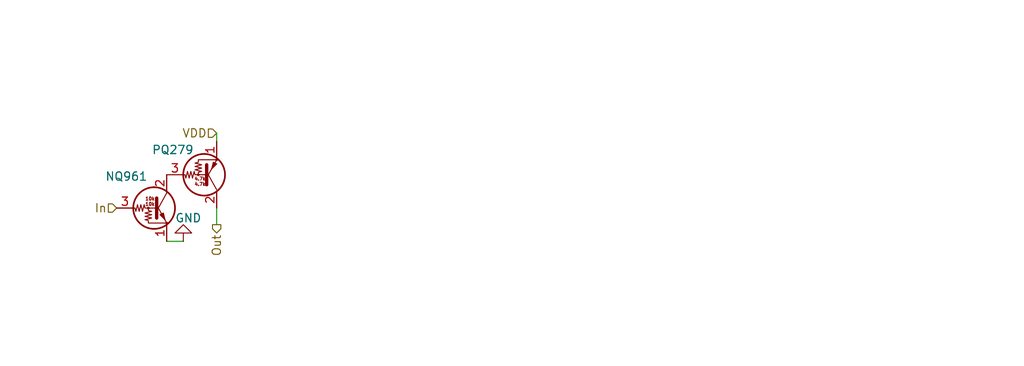
<source format=kicad_sch>
(kicad_sch
	(version 20250114)
	(generator "eeschema")
	(generator_version "9.0")
	(uuid "030266a7-2811-4a41-8acf-a7039e0ab10a")
	(paper "User" 156.058 55.88)
	(title_block
		(title "Buffer")
		(date "2025-06-03")
		(rev "A")
		(company "@7654jp")
	)
	(lib_symbols
		(symbol "YoshLibrary:DTA143E-THT"
			(pin_names
				(offset 0)
				(hide yes)
			)
			(exclude_from_sim no)
			(in_bom yes)
			(on_board yes)
			(property "Reference" "PQ"
				(at 2.794 3.556 0)
				(effects
					(font
						(size 1.27 1.27)
					)
					(justify left)
				)
			)
			(property "Value" "DTA143E-THT"
				(at 5.08 -1.2699 0)
				(effects
					(font
						(size 1.27 1.27)
					)
					(justify left)
					(hide yes)
				)
			)
			(property "Footprint" "Package_TO_SOT_THT:TO-92_Inline"
				(at 0 0 0)
				(effects
					(font
						(size 1.27 1.27)
					)
					(justify left)
					(hide yes)
				)
			)
			(property "Datasheet" ""
				(at 0 0 0)
				(effects
					(font
						(size 1.27 1.27)
					)
					(justify left)
					(hide yes)
				)
			)
			(property "Description" "Digital PNP Transistor, 4.7k/4.7k, TO-92"
				(at 0.254 -4.572 0)
				(effects
					(font
						(size 1.27 1.27)
					)
					(hide yes)
				)
			)
			(property "ki_fp_filters" "TO?92"
				(at 0 0 0)
				(effects
					(font
						(size 1.27 1.27)
					)
					(hide yes)
				)
			)
			(symbol "DTA143E-THT_0_1"
				(polyline
					(pts
						(xy -2.286 0) (xy -2.54 0)
					)
					(stroke
						(width 0)
						(type default)
					)
					(fill
						(type none)
					)
				)
				(circle
					(center -0.254 0)
					(radius 0.127)
					(stroke
						(width 0)
						(type default)
					)
					(fill
						(type none)
					)
				)
				(polyline
					(pts
						(xy -0.254 0) (xy -0.254 0.381) (xy 0.254 0.508) (xy -0.762 0.762) (xy 0.254 1.016) (xy -0.762 1.27)
						(xy 0.254 1.524) (xy -0.762 1.778) (xy -0.254 1.905) (xy -0.254 2.286) (xy 2.54 2.286)
					)
					(stroke
						(width 0)
						(type default)
					)
					(fill
						(type none)
					)
				)
				(arc
					(start 0.6212 -3.175)
					(mid -2.54 0)
					(end 0.6212 3.175)
					(stroke
						(width 0.254)
						(type default)
					)
					(fill
						(type none)
					)
				)
				(arc
					(start 0.635 3.175)
					(mid 3.81 0)
					(end 0.635 -3.175)
					(stroke
						(width 0.254)
						(type default)
					)
					(fill
						(type none)
					)
				)
				(polyline
					(pts
						(xy 0.762 0) (xy -0.762 0) (xy -0.889 0.508) (xy -1.143 -0.508) (xy -1.397 0.508) (xy -1.651 -0.508)
						(xy -1.905 0.508) (xy -2.159 -0.508) (xy -2.286 0)
					)
					(stroke
						(width 0)
						(type default)
					)
					(fill
						(type none)
					)
				)
				(polyline
					(pts
						(xy 1.016 1.524) (xy 1.016 -1.524)
					)
					(stroke
						(width 0.508)
						(type default)
					)
					(fill
						(type outline)
					)
				)
				(polyline
					(pts
						(xy 1.27 0) (xy 2.54 2.286)
					)
					(stroke
						(width 0)
						(type default)
					)
					(fill
						(type none)
					)
				)
				(polyline
					(pts
						(xy 2.54 2.286) (xy 2.54 2.54)
					)
					(stroke
						(width 0)
						(type default)
					)
					(fill
						(type none)
					)
				)
				(circle
					(center 2.54 2.286)
					(radius 0.127)
					(stroke
						(width 0)
						(type default)
					)
					(fill
						(type none)
					)
				)
				(polyline
					(pts
						(xy 2.54 1.651) (xy 2.032 1.905) (xy 1.778 0.889) (xy 2.54 1.651)
					)
					(stroke
						(width 0)
						(type default)
					)
					(fill
						(type outline)
					)
				)
				(polyline
					(pts
						(xy 2.54 -2.286) (xy 1.27 0)
					)
					(stroke
						(width 0)
						(type default)
					)
					(fill
						(type none)
					)
				)
			)
			(symbol "DTA143E-THT_1_1"
				(text "4.7k\n4.7k"
					(at 0 -1.016 0)
					(effects
						(font
							(size 0.508 0.508)
						)
					)
				)
				(pin input line
					(at -5.08 0 0)
					(length 2.54)
					(name "B"
						(effects
							(font
								(size 1.27 1.27)
							)
						)
					)
					(number "3"
						(effects
							(font
								(size 1.27 1.27)
							)
						)
					)
				)
				(pin passive line
					(at 2.54 5.08 270)
					(length 2.54)
					(name "E"
						(effects
							(font
								(size 1.27 1.27)
							)
						)
					)
					(number "1"
						(effects
							(font
								(size 1.27 1.27)
							)
						)
					)
				)
				(pin passive line
					(at 2.54 -5.08 90)
					(length 2.54)
					(name "C"
						(effects
							(font
								(size 1.27 1.27)
							)
						)
					)
					(number "2"
						(effects
							(font
								(size 1.27 1.27)
							)
						)
					)
				)
			)
			(embedded_fonts no)
		)
		(symbol "YoshLibrary:DTC114E-THT"
			(pin_names
				(offset 0)
				(hide yes)
			)
			(exclude_from_sim no)
			(in_bom yes)
			(on_board yes)
			(property "Reference" "NQ"
				(at -5.588 5.588 0)
				(effects
					(font
						(size 1.27 1.27)
					)
					(justify left)
				)
			)
			(property "Value" "DTC114E-THT"
				(at 5.08 -1.2699 0)
				(effects
					(font
						(size 1.27 1.27)
					)
					(justify left)
					(hide yes)
				)
			)
			(property "Footprint" "Package_TO_SOT_THT:TO-92_Inline"
				(at 0 0 0)
				(effects
					(font
						(size 1.27 1.27)
					)
					(justify left)
					(hide yes)
				)
			)
			(property "Datasheet" ""
				(at 0 0 0)
				(effects
					(font
						(size 1.27 1.27)
					)
					(justify left)
					(hide yes)
				)
			)
			(property "Description" "Digital NPN Transistor, 10k/10k, TO-92"
				(at 0.254 -4.572 0)
				(effects
					(font
						(size 1.27 1.27)
					)
					(hide yes)
				)
			)
			(property "ki_fp_filters" "TO?92"
				(at 0 0 0)
				(effects
					(font
						(size 1.27 1.27)
					)
					(hide yes)
				)
			)
			(symbol "DTC114E-THT_0_1"
				(polyline
					(pts
						(xy -2.286 0) (xy -2.54 0)
					)
					(stroke
						(width 0)
						(type default)
					)
					(fill
						(type none)
					)
				)
				(circle
					(center -0.254 0)
					(radius 0.127)
					(stroke
						(width 0)
						(type default)
					)
					(fill
						(type none)
					)
				)
				(polyline
					(pts
						(xy -0.254 0) (xy -0.254 -0.381) (xy 0.254 -0.508) (xy -0.762 -0.762) (xy 0.254 -1.016) (xy -0.762 -1.27)
						(xy 0.254 -1.524) (xy -0.762 -1.778) (xy -0.254 -1.905) (xy -0.254 -2.286) (xy 2.54 -2.286)
					)
					(stroke
						(width 0)
						(type default)
					)
					(fill
						(type none)
					)
				)
				(arc
					(start 0.6212 -3.175)
					(mid -2.54 0)
					(end 0.6212 3.175)
					(stroke
						(width 0.254)
						(type default)
					)
					(fill
						(type none)
					)
				)
				(arc
					(start 0.635 3.175)
					(mid 3.81 0)
					(end 0.635 -3.175)
					(stroke
						(width 0.254)
						(type default)
					)
					(fill
						(type none)
					)
				)
				(polyline
					(pts
						(xy 0.762 0) (xy -0.762 0) (xy -0.889 0.508) (xy -1.143 -0.508) (xy -1.397 0.508) (xy -1.651 -0.508)
						(xy -1.905 0.508) (xy -2.159 -0.508) (xy -2.286 0)
					)
					(stroke
						(width 0)
						(type default)
					)
					(fill
						(type none)
					)
				)
				(polyline
					(pts
						(xy 1.016 1.524) (xy 1.016 -1.524)
					)
					(stroke
						(width 0.508)
						(type default)
					)
					(fill
						(type outline)
					)
				)
				(polyline
					(pts
						(xy 1.27 0) (xy 2.54 2.286)
					)
					(stroke
						(width 0)
						(type default)
					)
					(fill
						(type none)
					)
				)
				(polyline
					(pts
						(xy 1.524 -1.016) (xy 2.032 -0.762) (xy 2.286 -1.778) (xy 1.524 -1.016)
					)
					(stroke
						(width 0)
						(type default)
					)
					(fill
						(type outline)
					)
				)
				(polyline
					(pts
						(xy 2.54 2.286) (xy 2.54 2.54)
					)
					(stroke
						(width 0)
						(type default)
					)
					(fill
						(type none)
					)
				)
				(polyline
					(pts
						(xy 2.54 -2.286) (xy 1.27 0)
					)
					(stroke
						(width 0)
						(type default)
					)
					(fill
						(type none)
					)
				)
				(circle
					(center 2.54 -2.286)
					(radius 0.127)
					(stroke
						(width 0)
						(type default)
					)
					(fill
						(type none)
					)
				)
			)
			(symbol "DTC114E-THT_1_1"
				(text "10k\n10k"
					(at 0 1.016 0)
					(effects
						(font
							(size 0.508 0.508)
						)
					)
				)
				(pin input line
					(at -5.08 0 0)
					(length 2.54)
					(name "B"
						(effects
							(font
								(size 1.27 1.27)
							)
						)
					)
					(number "3"
						(effects
							(font
								(size 1.27 1.27)
							)
						)
					)
				)
				(pin passive line
					(at 2.54 5.08 270)
					(length 2.54)
					(name "C"
						(effects
							(font
								(size 1.27 1.27)
							)
						)
					)
					(number "2"
						(effects
							(font
								(size 1.27 1.27)
							)
						)
					)
				)
				(pin passive line
					(at 2.54 -5.08 90)
					(length 2.54)
					(name "E"
						(effects
							(font
								(size 1.27 1.27)
							)
						)
					)
					(number "1"
						(effects
							(font
								(size 1.27 1.27)
							)
						)
					)
				)
			)
			(embedded_fonts no)
		)
		(symbol "power:GND"
			(power)
			(pin_numbers
				(hide yes)
			)
			(pin_names
				(offset 0)
				(hide yes)
			)
			(exclude_from_sim no)
			(in_bom yes)
			(on_board yes)
			(property "Reference" "#PWR"
				(at 0 -6.35 0)
				(effects
					(font
						(size 1.27 1.27)
					)
					(hide yes)
				)
			)
			(property "Value" "GND"
				(at 0 -3.81 0)
				(effects
					(font
						(size 1.27 1.27)
					)
				)
			)
			(property "Footprint" ""
				(at 0 0 0)
				(effects
					(font
						(size 1.27 1.27)
					)
					(hide yes)
				)
			)
			(property "Datasheet" ""
				(at 0 0 0)
				(effects
					(font
						(size 1.27 1.27)
					)
					(hide yes)
				)
			)
			(property "Description" "Power symbol creates a global label with name \"GND\" , ground"
				(at 0 0 0)
				(effects
					(font
						(size 1.27 1.27)
					)
					(hide yes)
				)
			)
			(property "ki_keywords" "global power"
				(at 0 0 0)
				(effects
					(font
						(size 1.27 1.27)
					)
					(hide yes)
				)
			)
			(symbol "GND_0_1"
				(polyline
					(pts
						(xy 0 0) (xy 0 -1.27) (xy 1.27 -1.27) (xy 0 -2.54) (xy -1.27 -1.27) (xy 0 -1.27)
					)
					(stroke
						(width 0)
						(type default)
					)
					(fill
						(type none)
					)
				)
			)
			(symbol "GND_1_1"
				(pin power_in line
					(at 0 0 270)
					(length 0)
					(name "~"
						(effects
							(font
								(size 1.27 1.27)
							)
						)
					)
					(number "1"
						(effects
							(font
								(size 1.27 1.27)
							)
						)
					)
				)
			)
			(embedded_fonts no)
		)
	)
	(wire
		(pts
			(xy 25.4 36.83) (xy 27.94 36.83)
		)
		(stroke
			(width 0)
			(type default)
		)
		(uuid "0e42a48e-4ce4-41e1-b82f-60a585b1883a")
	)
	(wire
		(pts
			(xy 33.02 31.75) (xy 33.02 34.29)
		)
		(stroke
			(width 0)
			(type default)
		)
		(uuid "2483de94-61bf-412f-9ab9-99cf6b85abc9")
	)
	(wire
		(pts
			(xy 33.02 20.32) (xy 33.02 21.59)
		)
		(stroke
			(width 0)
			(type default)
		)
		(uuid "9767689c-b4aa-47b0-9c4c-67bf511ec516")
	)
	(hierarchical_label "VDD"
		(shape input)
		(at 33.02 20.32 180)
		(effects
			(font
				(size 1.27 1.27)
			)
			(justify right)
		)
		(uuid "39017dc0-8c21-4ec8-96d6-290731980c91")
	)
	(hierarchical_label "In"
		(shape input)
		(at 17.78 31.75 180)
		(effects
			(font
				(size 1.27 1.27)
			)
			(justify right)
		)
		(uuid "67bbaf9c-8b18-4dde-8312-b1b2f0b302f7")
	)
	(hierarchical_label "Out"
		(shape output)
		(at 33.02 34.29 270)
		(effects
			(font
				(size 1.27 1.27)
			)
			(justify right)
		)
		(uuid "c687f068-eb4d-4ce3-bd74-e3c8f73228ea")
	)
	(symbol
		(lib_id "power:GND")
		(at 27.94 36.83 180)
		(unit 1)
		(exclude_from_sim no)
		(in_bom yes)
		(on_board yes)
		(dnp no)
		(uuid "318d3ecc-6680-4516-85fd-57d451b4a9dc")
		(property "Reference" "#PWR0613"
			(at 27.94 30.48 0)
			(effects
				(font
					(size 1.27 1.27)
				)
				(hide yes)
			)
		)
		(property "Value" "GND"
			(at 28.702 33.274 0)
			(effects
				(font
					(size 1.27 1.27)
				)
			)
		)
		(property "Footprint" ""
			(at 27.94 36.83 0)
			(effects
				(font
					(size 1.27 1.27)
				)
				(hide yes)
			)
		)
		(property "Datasheet" ""
			(at 27.94 36.83 0)
			(effects
				(font
					(size 1.27 1.27)
				)
				(hide yes)
			)
		)
		(property "Description" "Power symbol creates a global label with name \"GND\" , ground"
			(at 27.94 36.83 0)
			(effects
				(font
					(size 1.27 1.27)
				)
				(hide yes)
			)
		)
		(pin "1"
			(uuid "25cd378c-f276-4c9d-85cc-b9891cd151c6")
		)
		(instances
			(project "RT08-ProgramBoard"
				(path "/1e4a9b72-5dca-4cd4-9b5c-6a0bbded1998/2016bcd9-6ce1-45f9-8d57-856451ed87a8"
					(reference "#PWR028")
					(unit 1)
				)
				(path "/1e4a9b72-5dca-4cd4-9b5c-6a0bbded1998/3e0b6698-91dd-4b45-a6a9-afe44cb018de"
					(reference "#PWR0618")
					(unit 1)
				)
				(path "/1e4a9b72-5dca-4cd4-9b5c-6a0bbded1998/614696c9-19c1-42a8-a8ff-7b461bf6d449"
					(reference "#PWR0619")
					(unit 1)
				)
				(path "/1e4a9b72-5dca-4cd4-9b5c-6a0bbded1998/8cb9a0e2-ac9e-4f8e-905d-48e2924bf956"
					(reference "#PWR0613")
					(unit 1)
				)
				(path "/1e4a9b72-5dca-4cd4-9b5c-6a0bbded1998/936d5558-9fc5-4fc7-a713-5fb79fe91b62"
					(reference "#PWR0615")
					(unit 1)
				)
				(path "/1e4a9b72-5dca-4cd4-9b5c-6a0bbded1998/a74b2819-4a0a-42f7-841a-fa52e4c1e7af"
					(reference "#PWR0616")
					(unit 1)
				)
				(path "/1e4a9b72-5dca-4cd4-9b5c-6a0bbded1998/c3bf8b9b-5e1b-4222-9f14-5fb269051932"
					(reference "#PWR0617")
					(unit 1)
				)
				(path "/1e4a9b72-5dca-4cd4-9b5c-6a0bbded1998/f48c2fe5-0d30-48d8-bec9-1dc8a6075678"
					(reference "#PWR0614")
					(unit 1)
				)
			)
		)
	)
	(symbol
		(lib_id "YoshLibrary:DTA143E-THT")
		(at 30.48 26.67 0)
		(unit 1)
		(exclude_from_sim no)
		(in_bom yes)
		(on_board yes)
		(dnp no)
		(uuid "7323f670-2e3e-458d-8873-bb62e956f0ce")
		(property "Reference" "PQ286"
			(at 23.114 22.86 0)
			(effects
				(font
					(size 1.27 1.27)
				)
				(justify left)
			)
		)
		(property "Value" "DTA143E-THT"
			(at 35.56 27.9399 0)
			(effects
				(font
					(size 1.27 1.27)
				)
				(justify left)
				(hide yes)
			)
		)
		(property "Footprint" "Package_TO_SOT_THT:TO-92_Inline"
			(at 30.48 26.67 0)
			(effects
				(font
					(size 1.27 1.27)
				)
				(justify left)
				(hide yes)
			)
		)
		(property "Datasheet" ""
			(at 30.48 26.67 0)
			(effects
				(font
					(size 1.27 1.27)
				)
				(justify left)
				(hide yes)
			)
		)
		(property "Description" "Digital PNP Transistor, 4.7k/4.7k, TO-92"
			(at 30.734 31.242 0)
			(effects
				(font
					(size 1.27 1.27)
				)
				(hide yes)
			)
		)
		(pin "3"
			(uuid "453d60ca-10c2-4916-bf7b-14abb7bb7386")
		)
		(pin "1"
			(uuid "b5c158d6-ea48-495c-8266-16c2c6a06d68")
		)
		(pin "2"
			(uuid "04b0942e-33af-41fa-aa27-e4cd6d0db938")
		)
		(instances
			(project "RT08-ProgramBoard"
				(path "/1e4a9b72-5dca-4cd4-9b5c-6a0bbded1998/2016bcd9-6ce1-45f9-8d57-856451ed87a8"
					(reference "PQ279")
					(unit 1)
				)
				(path "/1e4a9b72-5dca-4cd4-9b5c-6a0bbded1998/3e0b6698-91dd-4b45-a6a9-afe44cb018de"
					(reference "PQ284")
					(unit 1)
				)
				(path "/1e4a9b72-5dca-4cd4-9b5c-6a0bbded1998/614696c9-19c1-42a8-a8ff-7b461bf6d449"
					(reference "PQ285")
					(unit 1)
				)
				(path "/1e4a9b72-5dca-4cd4-9b5c-6a0bbded1998/8cb9a0e2-ac9e-4f8e-905d-48e2924bf956"
					(reference "PQ286")
					(unit 1)
				)
				(path "/1e4a9b72-5dca-4cd4-9b5c-6a0bbded1998/936d5558-9fc5-4fc7-a713-5fb79fe91b62"
					(reference "PQ281")
					(unit 1)
				)
				(path "/1e4a9b72-5dca-4cd4-9b5c-6a0bbded1998/a74b2819-4a0a-42f7-841a-fa52e4c1e7af"
					(reference "PQ282")
					(unit 1)
				)
				(path "/1e4a9b72-5dca-4cd4-9b5c-6a0bbded1998/c3bf8b9b-5e1b-4222-9f14-5fb269051932"
					(reference "PQ283")
					(unit 1)
				)
				(path "/1e4a9b72-5dca-4cd4-9b5c-6a0bbded1998/f48c2fe5-0d30-48d8-bec9-1dc8a6075678"
					(reference "PQ280")
					(unit 1)
				)
			)
		)
	)
	(symbol
		(lib_id "YoshLibrary:DTC114E-THT")
		(at 22.86 31.75 0)
		(unit 1)
		(exclude_from_sim no)
		(in_bom yes)
		(on_board yes)
		(dnp no)
		(uuid "cc04e79c-0e9f-4723-9962-4d1dfe0a816c")
		(property "Reference" "NQ968"
			(at 16.002 26.924 0)
			(effects
				(font
					(size 1.27 1.27)
				)
				(justify left)
			)
		)
		(property "Value" "DTC114E-THT"
			(at 27.94 33.0199 0)
			(effects
				(font
					(size 1.27 1.27)
				)
				(justify left)
				(hide yes)
			)
		)
		(property "Footprint" "Package_TO_SOT_THT:TO-92_Inline"
			(at 22.86 31.75 0)
			(effects
				(font
					(size 1.27 1.27)
				)
				(justify left)
				(hide yes)
			)
		)
		(property "Datasheet" ""
			(at 22.86 31.75 0)
			(effects
				(font
					(size 1.27 1.27)
				)
				(justify left)
				(hide yes)
			)
		)
		(property "Description" "Digital NPN Transistor, 10k/10k, TO-92"
			(at 23.114 36.322 0)
			(effects
				(font
					(size 1.27 1.27)
				)
				(hide yes)
			)
		)
		(pin "2"
			(uuid "7e16ebee-eced-41ca-a551-c3f87dd278d9")
		)
		(pin "1"
			(uuid "1c929041-5187-4bf1-a4da-07110ad3a6ab")
		)
		(pin "3"
			(uuid "afa6d1f2-67cd-40fc-96a4-569dfb79d060")
		)
		(instances
			(project "RT08-ProgramBoard"
				(path "/1e4a9b72-5dca-4cd4-9b5c-6a0bbded1998/2016bcd9-6ce1-45f9-8d57-856451ed87a8"
					(reference "NQ961")
					(unit 1)
				)
				(path "/1e4a9b72-5dca-4cd4-9b5c-6a0bbded1998/3e0b6698-91dd-4b45-a6a9-afe44cb018de"
					(reference "NQ966")
					(unit 1)
				)
				(path "/1e4a9b72-5dca-4cd4-9b5c-6a0bbded1998/614696c9-19c1-42a8-a8ff-7b461bf6d449"
					(reference "NQ967")
					(unit 1)
				)
				(path "/1e4a9b72-5dca-4cd4-9b5c-6a0bbded1998/8cb9a0e2-ac9e-4f8e-905d-48e2924bf956"
					(reference "NQ968")
					(unit 1)
				)
				(path "/1e4a9b72-5dca-4cd4-9b5c-6a0bbded1998/936d5558-9fc5-4fc7-a713-5fb79fe91b62"
					(reference "NQ963")
					(unit 1)
				)
				(path "/1e4a9b72-5dca-4cd4-9b5c-6a0bbded1998/a74b2819-4a0a-42f7-841a-fa52e4c1e7af"
					(reference "NQ964")
					(unit 1)
				)
				(path "/1e4a9b72-5dca-4cd4-9b5c-6a0bbded1998/c3bf8b9b-5e1b-4222-9f14-5fb269051932"
					(reference "NQ965")
					(unit 1)
				)
				(path "/1e4a9b72-5dca-4cd4-9b5c-6a0bbded1998/f48c2fe5-0d30-48d8-bec9-1dc8a6075678"
					(reference "NQ962")
					(unit 1)
				)
			)
		)
	)
)

</source>
